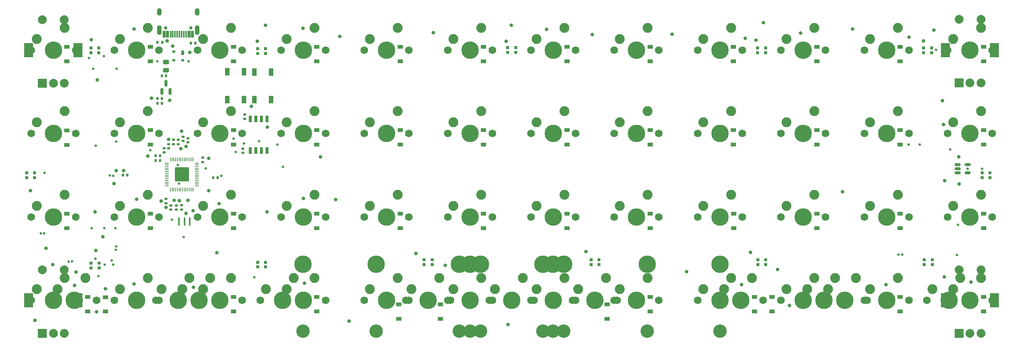
<source format=gbr>
%TF.GenerationSoftware,KiCad,Pcbnew,(6.0.7-1)-1*%
%TF.CreationDate,2022-08-22T03:12:19+03:00*%
%TF.ProjectId,Planck Drop In PCB,506c616e-636b-4204-9472-6f7020496e20,rev?*%
%TF.SameCoordinates,Original*%
%TF.FileFunction,Soldermask,Bot*%
%TF.FilePolarity,Negative*%
%FSLAX46Y46*%
G04 Gerber Fmt 4.6, Leading zero omitted, Abs format (unit mm)*
G04 Created by KiCad (PCBNEW (6.0.7-1)-1) date 2022-08-22 03:12:19*
%MOMM*%
%LPD*%
G01*
G04 APERTURE LIST*
G04 Aperture macros list*
%AMRoundRect*
0 Rectangle with rounded corners*
0 $1 Rounding radius*
0 $2 $3 $4 $5 $6 $7 $8 $9 X,Y pos of 4 corners*
0 Add a 4 corners polygon primitive as box body*
4,1,4,$2,$3,$4,$5,$6,$7,$8,$9,$2,$3,0*
0 Add four circle primitives for the rounded corners*
1,1,$1+$1,$2,$3*
1,1,$1+$1,$4,$5*
1,1,$1+$1,$6,$7*
1,1,$1+$1,$8,$9*
0 Add four rect primitives between the rounded corners*
20,1,$1+$1,$2,$3,$4,$5,0*
20,1,$1+$1,$4,$5,$6,$7,0*
20,1,$1+$1,$6,$7,$8,$9,0*
20,1,$1+$1,$8,$9,$2,$3,0*%
G04 Aperture macros list end*
%ADD10C,1.750000*%
%ADD11C,3.987800*%
%ADD12C,2.250000*%
%ADD13C,3.048000*%
%ADD14R,2.000000X2.000000*%
%ADD15C,2.000000*%
%ADD16R,2.000000X3.200000*%
%ADD17RoundRect,0.140000X0.140000X0.170000X-0.140000X0.170000X-0.140000X-0.170000X0.140000X-0.170000X0*%
%ADD18R,1.200000X0.900000*%
%ADD19RoundRect,0.175000X-0.175000X-0.175000X0.175000X-0.175000X0.175000X0.175000X-0.175000X0.175000X0*%
%ADD20R,0.700000X0.700000*%
%ADD21RoundRect,0.140000X0.170000X-0.140000X0.170000X0.140000X-0.170000X0.140000X-0.170000X-0.140000X0*%
%ADD22RoundRect,0.175000X0.175000X0.175000X-0.175000X0.175000X-0.175000X-0.175000X0.175000X-0.175000X0*%
%ADD23RoundRect,0.135000X-0.135000X-0.185000X0.135000X-0.185000X0.135000X0.185000X-0.135000X0.185000X0*%
%ADD24RoundRect,0.140000X-0.140000X-0.170000X0.140000X-0.170000X0.140000X0.170000X-0.140000X0.170000X0*%
%ADD25RoundRect,0.140000X-0.170000X0.140000X-0.170000X-0.140000X0.170000X-0.140000X0.170000X0.140000X0*%
%ADD26RoundRect,0.135000X0.135000X0.185000X-0.135000X0.185000X-0.135000X-0.185000X0.135000X-0.185000X0*%
%ADD27RoundRect,0.150000X-0.150000X0.650000X-0.150000X-0.650000X0.150000X-0.650000X0.150000X0.650000X0*%
%ADD28R,0.700000X1.000000*%
%ADD29R,0.700000X0.600000*%
%ADD30RoundRect,0.135000X-0.185000X0.135000X-0.185000X-0.135000X0.185000X-0.135000X0.185000X0.135000X0*%
%ADD31C,0.750000*%
%ADD32RoundRect,0.050000X-0.300000X-0.725000X0.300000X-0.725000X0.300000X0.725000X-0.300000X0.725000X0*%
%ADD33RoundRect,0.050000X-0.150000X-0.725000X0.150000X-0.725000X0.150000X0.725000X-0.150000X0.725000X0*%
%ADD34O,1.100000X1.700000*%
%ADD35O,1.100000X2.200000*%
%ADD36RoundRect,0.150000X0.150000X-0.587500X0.150000X0.587500X-0.150000X0.587500X-0.150000X-0.587500X0*%
%ADD37RoundRect,0.135000X0.185000X-0.135000X0.185000X0.135000X-0.185000X0.135000X-0.185000X-0.135000X0*%
%ADD38R,1.000000X1.700000*%
%ADD39R,0.400000X1.900000*%
%ADD40RoundRect,0.050000X0.387500X0.050000X-0.387500X0.050000X-0.387500X-0.050000X0.387500X-0.050000X0*%
%ADD41RoundRect,0.050000X0.050000X0.387500X-0.050000X0.387500X-0.050000X-0.387500X0.050000X-0.387500X0*%
%ADD42RoundRect,0.144000X1.456000X1.456000X-1.456000X1.456000X-1.456000X-1.456000X1.456000X-1.456000X0*%
%ADD43RoundRect,0.150000X-0.512500X-0.150000X0.512500X-0.150000X0.512500X0.150000X-0.512500X0.150000X0*%
%ADD44RoundRect,0.243750X-0.456250X0.243750X-0.456250X-0.243750X0.456250X-0.243750X0.456250X0.243750X0*%
%ADD45C,0.800000*%
%ADD46C,0.600000*%
G04 APERTURE END LIST*
D10*
%TO.C,MX36*%
X173045075Y-64125027D03*
X183205075Y-64125027D03*
D11*
X178125075Y-64125027D03*
D12*
X174315075Y-61585027D03*
X180665075Y-59045027D03*
%TD*%
D13*
%TO.C,MX35*%
X180531321Y-128110051D03*
D10*
X163545071Y-121125051D03*
D11*
X180531321Y-112870051D03*
X156718821Y-112870051D03*
X168625071Y-121125051D03*
D10*
X173705071Y-121125051D03*
D13*
X156718821Y-128110051D03*
D12*
X164815071Y-118585051D03*
X171165071Y-116045051D03*
%TD*%
D10*
%TO.C,MX9*%
X69205027Y-121125051D03*
X59045027Y-121125051D03*
D11*
X64125027Y-121125051D03*
D12*
X60315027Y-118585051D03*
X66665027Y-116045051D03*
%TD*%
D10*
%TO.C,MX49*%
X240205099Y-64125027D03*
D11*
X235125099Y-64125027D03*
D10*
X230045099Y-64125027D03*
D12*
X231315099Y-61585027D03*
X237665099Y-59045027D03*
%TD*%
D10*
%TO.C,MX42*%
X202205083Y-83125035D03*
X192045083Y-83125035D03*
D11*
X197125083Y-83125035D03*
D12*
X193315083Y-80585035D03*
X199665083Y-78045035D03*
%TD*%
D11*
%TO.C,MX52*%
X235125099Y-121125051D03*
D10*
X240205099Y-121125051D03*
X230045099Y-121125051D03*
D12*
X231315099Y-118585051D03*
X237665099Y-116045051D03*
%TD*%
D13*
%TO.C,MX30*%
X137718813Y-128110051D03*
D10*
X154705063Y-121125051D03*
D11*
X137718813Y-112870051D03*
D13*
X161531313Y-128110051D03*
D10*
X144545063Y-121125051D03*
D11*
X149625063Y-121125051D03*
X161531313Y-112870051D03*
D12*
X145815063Y-118585051D03*
X152165063Y-116045051D03*
%TD*%
D10*
%TO.C,MX21*%
X116045051Y-83125035D03*
D11*
X121125051Y-83125035D03*
D10*
X126205051Y-83125035D03*
D12*
X117315051Y-80585035D03*
X123665051Y-78045035D03*
%TD*%
D11*
%TO.C,MX53*%
X225625095Y-121125051D03*
D10*
X230705095Y-121125051D03*
X220545095Y-121125051D03*
D12*
X221815095Y-118585051D03*
X228165095Y-116045051D03*
%TD*%
D11*
%TO.C,MX4*%
X45125019Y-121125051D03*
D10*
X50205019Y-121125051D03*
X40045019Y-121125051D03*
D12*
X41315019Y-118585051D03*
X47665019Y-116045051D03*
%TD*%
D10*
%TO.C,MX44*%
X196795085Y-121125051D03*
D11*
X201875085Y-121125051D03*
D10*
X206955085Y-121125051D03*
D12*
X198065085Y-118585051D03*
X204415085Y-116045051D03*
%TD*%
D10*
%TO.C,MX34*%
X154045067Y-121125051D03*
X164205067Y-121125051D03*
D11*
X159125067Y-121125051D03*
D12*
X155315067Y-118585051D03*
X161665067Y-116045051D03*
%TD*%
D10*
%TO.C,MX32*%
X154045067Y-83125035D03*
D11*
X159125067Y-83125035D03*
D10*
X164205067Y-83125035D03*
D12*
X155315067Y-80585035D03*
X161665067Y-78045035D03*
%TD*%
D10*
%TO.C,MX19*%
X92295041Y-121125051D03*
D11*
X97375041Y-121125051D03*
D10*
X102455041Y-121125051D03*
D12*
X93565041Y-118585051D03*
X99915041Y-116045051D03*
%TD*%
D10*
%TO.C,MX38*%
X173045075Y-102125043D03*
X183205075Y-102125043D03*
D11*
X178125075Y-102125043D03*
D12*
X174315075Y-99585043D03*
X180665075Y-97045043D03*
%TD*%
D10*
%TO.C,MX5*%
X44795021Y-121125051D03*
D11*
X49875021Y-121125051D03*
D10*
X54955021Y-121125051D03*
D12*
X46065021Y-118585051D03*
X52415021Y-116045051D03*
%TD*%
D10*
%TO.C,MX2*%
X40045019Y-83125027D03*
D11*
X45125019Y-83125027D03*
D10*
X50205019Y-83125027D03*
D12*
X41315019Y-80585027D03*
X47665019Y-78045027D03*
%TD*%
D10*
%TO.C,MX7*%
X59045027Y-83125035D03*
X69205027Y-83125035D03*
D11*
X64125027Y-83125035D03*
D12*
X60315027Y-80585035D03*
X66665027Y-78045035D03*
%TD*%
D11*
%TO.C,MX48*%
X216125091Y-121125051D03*
D10*
X211045091Y-121125051D03*
X221205091Y-121125051D03*
D12*
X212315091Y-118585051D03*
X218665091Y-116045051D03*
%TD*%
D11*
%TO.C,MX43*%
X197125083Y-102125043D03*
D10*
X192045083Y-102125043D03*
X202205083Y-102125043D03*
D12*
X193315083Y-99585043D03*
X199665083Y-97045043D03*
%TD*%
D14*
%TO.C,SW4*%
X251625107Y-128633333D03*
D15*
X256625107Y-128633333D03*
X254125107Y-128633333D03*
D16*
X248525107Y-121133333D03*
X259725107Y-121133333D03*
D15*
X256625107Y-114133333D03*
X251625107Y-114133333D03*
%TD*%
D11*
%TO.C,MX3*%
X45125019Y-102125043D03*
D10*
X50205019Y-102125043D03*
X40045019Y-102125043D03*
D12*
X41315019Y-99585043D03*
X47665019Y-97045043D03*
%TD*%
D10*
%TO.C,MX10*%
X68545031Y-121125051D03*
D11*
X73625031Y-121125051D03*
D10*
X78705031Y-121125051D03*
D12*
X69815031Y-118585051D03*
X76165031Y-116045051D03*
%TD*%
D14*
%TO.C,SW1*%
X42625019Y-71658333D03*
D15*
X47625019Y-71658333D03*
X45125019Y-71658333D03*
D16*
X39525019Y-64158333D03*
X50725019Y-64158333D03*
D15*
X47625019Y-57158333D03*
X42625019Y-57158333D03*
%TD*%
D11*
%TO.C,MX13*%
X83125035Y-83125035D03*
D10*
X78045035Y-83125035D03*
X88205035Y-83125035D03*
D12*
X79315035Y-80585035D03*
X85665035Y-78045035D03*
%TD*%
D11*
%TO.C,MX16*%
X102125043Y-64125027D03*
D10*
X97045043Y-64125027D03*
X107205043Y-64125027D03*
D12*
X98315043Y-61585027D03*
X104665043Y-59045027D03*
%TD*%
D10*
%TO.C,MX11*%
X73295033Y-121125051D03*
X83455033Y-121125051D03*
D11*
X78375033Y-121125051D03*
D12*
X74565033Y-118585051D03*
X80915033Y-116045051D03*
%TD*%
D10*
%TO.C,MX24*%
X116045051Y-121125051D03*
X126205051Y-121125051D03*
D11*
X140175051Y-112870051D03*
D13*
X102075051Y-128110051D03*
X140175051Y-128110051D03*
D11*
X121125051Y-121125051D03*
X102075051Y-112870051D03*
D12*
X117315051Y-118585051D03*
X123665051Y-116045051D03*
%TD*%
D10*
%TO.C,MX37*%
X183205075Y-83125035D03*
D11*
X178125075Y-83125035D03*
D10*
X173045075Y-83125035D03*
D12*
X174315075Y-80585035D03*
X180665075Y-78045035D03*
%TD*%
D10*
%TO.C,MX6*%
X59045027Y-64125027D03*
D11*
X64125027Y-64125027D03*
D10*
X69205027Y-64125027D03*
D12*
X60315027Y-61585027D03*
X66665027Y-59045027D03*
%TD*%
D10*
%TO.C,MX22*%
X116045051Y-102125043D03*
X126205051Y-102125043D03*
D11*
X121125051Y-102125043D03*
D12*
X117315051Y-99585043D03*
X123665051Y-97045043D03*
%TD*%
D10*
%TO.C,MX19*%
X97045043Y-121125051D03*
X107205043Y-121125051D03*
D11*
X102125043Y-121125051D03*
D12*
X98315043Y-118585051D03*
X104665043Y-116045051D03*
%TD*%
D10*
%TO.C,MX31*%
X164205067Y-64125027D03*
D11*
X159125067Y-64125027D03*
D10*
X154045067Y-64125027D03*
D12*
X155315067Y-61585027D03*
X161665067Y-59045027D03*
%TD*%
D10*
%TO.C,MX25*%
X135045059Y-64125027D03*
D11*
X140125059Y-64125027D03*
D10*
X145205059Y-64125027D03*
D12*
X136315059Y-61585027D03*
X142665059Y-59045027D03*
%TD*%
D10*
%TO.C,MX17*%
X97045043Y-83125035D03*
D11*
X102125043Y-83125035D03*
D10*
X107205043Y-83125035D03*
D12*
X98315043Y-80585035D03*
X104665043Y-78045035D03*
%TD*%
D10*
%TO.C,MX45*%
X221205091Y-64125027D03*
X211045091Y-64125027D03*
D11*
X216125091Y-64125027D03*
D12*
X212315091Y-61585027D03*
X218665091Y-59045027D03*
%TD*%
D11*
%TO.C,MX28*%
X140125059Y-121125051D03*
D10*
X145205059Y-121125051D03*
X135045059Y-121125051D03*
D12*
X136315059Y-118585051D03*
X142665059Y-116045051D03*
%TD*%
D14*
%TO.C,SW3*%
X251625107Y-71608333D03*
D15*
X256625107Y-71608333D03*
X254125107Y-71608333D03*
D16*
X259725107Y-64108333D03*
X248525107Y-64108333D03*
D15*
X256625107Y-57108333D03*
X251625107Y-57108333D03*
%TD*%
D10*
%TO.C,MX15*%
X88205035Y-121125051D03*
X78045035Y-121125051D03*
D11*
X83125035Y-121125051D03*
D12*
X79315035Y-118585051D03*
X85665035Y-116045051D03*
%TD*%
D10*
%TO.C,MX54*%
X225955093Y-121125051D03*
D11*
X220875093Y-121125051D03*
D10*
X215795093Y-121125051D03*
D12*
X217065093Y-118585051D03*
X223415093Y-116045051D03*
%TD*%
D10*
%TO.C,MX59*%
X244295105Y-121125051D03*
X254455105Y-121125051D03*
D11*
X249375105Y-121125051D03*
D12*
X245565105Y-118585051D03*
X251915105Y-116045051D03*
%TD*%
D11*
%TO.C,MX39*%
X178125075Y-121125051D03*
D10*
X183205075Y-121125051D03*
X173045075Y-121125051D03*
D12*
X174315075Y-118585051D03*
X180665075Y-116045051D03*
%TD*%
D13*
%TO.C,MX40*%
X159075075Y-128110051D03*
D11*
X178125075Y-121125051D03*
D13*
X197175075Y-128110051D03*
D10*
X173045075Y-121125051D03*
X183205075Y-121125051D03*
D11*
X197175075Y-112870051D03*
X159075075Y-112870051D03*
D12*
X174315075Y-118585051D03*
X180665075Y-116045051D03*
%TD*%
D10*
%TO.C,MX44*%
X202205083Y-121125051D03*
D11*
X197125083Y-121125051D03*
D10*
X192045083Y-121125051D03*
D12*
X193315083Y-118585051D03*
X199665083Y-116045051D03*
%TD*%
D10*
%TO.C,MX14*%
X88205035Y-102125043D03*
D11*
X83125035Y-102125043D03*
D10*
X78045035Y-102125043D03*
D12*
X79315035Y-99585043D03*
X85665035Y-97045043D03*
%TD*%
D11*
%TO.C,MX51*%
X235125099Y-102125043D03*
D10*
X240205099Y-102125043D03*
X230045099Y-102125043D03*
D12*
X231315099Y-99585043D03*
X237665099Y-97045043D03*
%TD*%
D11*
%TO.C,MX57*%
X254125107Y-102125043D03*
D10*
X249045107Y-102125043D03*
X259205107Y-102125043D03*
D12*
X250315107Y-99585043D03*
X256665107Y-97045043D03*
%TD*%
D10*
%TO.C,MX27*%
X135045059Y-102125043D03*
D11*
X140125059Y-102125043D03*
D10*
X145205059Y-102125043D03*
D12*
X136315059Y-99585043D03*
X142665059Y-97045043D03*
%TD*%
D10*
%TO.C,MX8*%
X59045027Y-102125043D03*
D11*
X64125027Y-102125043D03*
D10*
X69205027Y-102125043D03*
D12*
X60315027Y-99585043D03*
X66665027Y-97045043D03*
%TD*%
D11*
%TO.C,MX56*%
X254125107Y-83125035D03*
D10*
X249045107Y-83125035D03*
X259205107Y-83125035D03*
D12*
X250315107Y-80585035D03*
X256665107Y-78045035D03*
%TD*%
D10*
%TO.C,MX46*%
X211045091Y-83125035D03*
D11*
X216125091Y-83125035D03*
D10*
X221205091Y-83125035D03*
D12*
X212315091Y-80585035D03*
X218665091Y-78045035D03*
%TD*%
D10*
%TO.C,MX18*%
X97045043Y-102125043D03*
D11*
X102125043Y-102125043D03*
D10*
X107205043Y-102125043D03*
D12*
X98315043Y-99585043D03*
X104665043Y-97045043D03*
%TD*%
D10*
%TO.C,MX41*%
X202205083Y-64125027D03*
D11*
X197125083Y-64125027D03*
D10*
X192045083Y-64125027D03*
D12*
X193315083Y-61585027D03*
X199665083Y-59045027D03*
%TD*%
D10*
%TO.C,MX58*%
X249045107Y-121125051D03*
X259205107Y-121125051D03*
D11*
X254125107Y-121125051D03*
D12*
X250315107Y-118585051D03*
X256665107Y-116045051D03*
%TD*%
D10*
%TO.C,MX12*%
X88205035Y-64125027D03*
X78045035Y-64125027D03*
D11*
X83125035Y-64125027D03*
D12*
X79315035Y-61585027D03*
X85665035Y-59045027D03*
%TD*%
D10*
%TO.C,MX47*%
X211045091Y-102125043D03*
X221205091Y-102125043D03*
D11*
X216125091Y-102125043D03*
D12*
X212315091Y-99585043D03*
X218665091Y-97045043D03*
%TD*%
D14*
%TO.C,SW2*%
X42625019Y-128633333D03*
D15*
X47625019Y-128633333D03*
X45125019Y-128633333D03*
D16*
X39525019Y-121133333D03*
X50725019Y-121133333D03*
D15*
X47625019Y-114133333D03*
X42625019Y-114133333D03*
%TD*%
D10*
%TO.C,MX55*%
X259205107Y-64125027D03*
X249045107Y-64125027D03*
D11*
X254125107Y-64125027D03*
D12*
X250315107Y-61585027D03*
X256665107Y-59045027D03*
%TD*%
D11*
%TO.C,MX26*%
X140125059Y-83125035D03*
D10*
X145205059Y-83125035D03*
X135045059Y-83125035D03*
D12*
X136315059Y-80585035D03*
X142665059Y-78045035D03*
%TD*%
D10*
%TO.C,MX20*%
X116045051Y-64125027D03*
X126205051Y-64125027D03*
D11*
X121125051Y-64125027D03*
D12*
X117315051Y-61585027D03*
X123665051Y-59045027D03*
%TD*%
D11*
%TO.C,MX23*%
X121125051Y-121125051D03*
D10*
X116045051Y-121125051D03*
X126205051Y-121125051D03*
D12*
X117315051Y-118585051D03*
X123665051Y-116045051D03*
%TD*%
D11*
%TO.C,MX29*%
X142531305Y-112870051D03*
D13*
X118718805Y-128110051D03*
D10*
X135705055Y-121125051D03*
D11*
X130625055Y-121125051D03*
X118718805Y-112870051D03*
D10*
X125545055Y-121125051D03*
D13*
X142531305Y-128110051D03*
D12*
X126815055Y-118585051D03*
X133165055Y-116045051D03*
%TD*%
D11*
%TO.C,MX50*%
X235125099Y-83125035D03*
D10*
X240205099Y-83125035D03*
X230045099Y-83125035D03*
D12*
X231315099Y-80585035D03*
X237665099Y-78045035D03*
%TD*%
D10*
%TO.C,MX33*%
X164205067Y-102125043D03*
D11*
X159125067Y-102125043D03*
D10*
X154045067Y-102125043D03*
D12*
X155315067Y-99585043D03*
X161665067Y-97045043D03*
%TD*%
D10*
%TO.C,MX1*%
X40045019Y-64125027D03*
D11*
X45125019Y-64125027D03*
D10*
X50205019Y-64125027D03*
D12*
X41315019Y-61585027D03*
X47665019Y-59045027D03*
%TD*%
D17*
%TO.C,C2*%
X69870000Y-75110000D03*
X68910000Y-75110000D03*
%TD*%
D18*
%TO.C,D43*%
X238220000Y-104660000D03*
X238220000Y-101360000D03*
%TD*%
%TO.C,D9*%
X86220000Y-66660000D03*
X86220000Y-63360000D03*
%TD*%
%TO.C,D33*%
X200220000Y-66660000D03*
X200220000Y-63360000D03*
%TD*%
%TO.C,D21*%
X143220000Y-66660000D03*
X143220000Y-63360000D03*
%TD*%
D19*
%TO.C,D56*%
X55535000Y-112600000D03*
D20*
X55535000Y-113700000D03*
X53705000Y-113700000D03*
X53705000Y-112600000D03*
%TD*%
D21*
%TO.C,C6*%
X75840000Y-85110000D03*
X75840000Y-84150000D03*
%TD*%
D17*
%TO.C,C10*%
X69430000Y-88190000D03*
X68470000Y-88190000D03*
%TD*%
D22*
%TO.C,D50*%
X243575000Y-64730000D03*
D20*
X243575000Y-63630000D03*
X245405000Y-63630000D03*
X245405000Y-64730000D03*
%TD*%
D18*
%TO.C,D24*%
X133410000Y-125300000D03*
X133410000Y-122000000D03*
%TD*%
D23*
%TO.C,R2*%
X76510000Y-62530000D03*
X77530000Y-62530000D03*
%TD*%
D18*
%TO.C,D7*%
X67220000Y-104660000D03*
X67220000Y-101360000D03*
%TD*%
D21*
%TO.C,C7*%
X79230000Y-89580000D03*
X79230000Y-88620000D03*
%TD*%
D24*
%TO.C,C11*%
X81590000Y-93160000D03*
X82550000Y-93160000D03*
%TD*%
D22*
%TO.C,D54*%
X53695000Y-64740000D03*
D20*
X53695000Y-63640000D03*
X55525000Y-63640000D03*
X55525000Y-64740000D03*
%TD*%
D18*
%TO.C,D32*%
X181230000Y-123670000D03*
X181230000Y-120370000D03*
%TD*%
D25*
%TO.C,C12*%
X73210000Y-99490000D03*
X73210000Y-100450000D03*
%TD*%
D26*
%TO.C,R1*%
X69930000Y-62360000D03*
X68910000Y-62360000D03*
%TD*%
D27*
%TO.C,U4*%
X90055000Y-79770000D03*
X91325000Y-79770000D03*
X92595000Y-79770000D03*
X93865000Y-79770000D03*
X93865000Y-86970000D03*
X92595000Y-86970000D03*
X91325000Y-86970000D03*
X90055000Y-86970000D03*
%TD*%
D18*
%TO.C,D29*%
X181220000Y-66660000D03*
X181220000Y-63360000D03*
%TD*%
%TO.C,D25*%
X162220000Y-66660000D03*
X162220000Y-63360000D03*
%TD*%
D17*
%TO.C,C_LDO2*%
X69870000Y-76190000D03*
X68910000Y-76190000D03*
%TD*%
D19*
%TO.C,D61*%
X245565000Y-111880000D03*
D20*
X245565000Y-112980000D03*
X243735000Y-112980000D03*
X243735000Y-111880000D03*
%TD*%
D17*
%TO.C,C5*%
X69430000Y-89270000D03*
X68470000Y-89270000D03*
%TD*%
D18*
%TO.C,D44*%
X238230000Y-123660000D03*
X238230000Y-120360000D03*
%TD*%
%TO.C,D42*%
X238230000Y-85660000D03*
X238230000Y-82360000D03*
%TD*%
D21*
%TO.C,C9*%
X88330000Y-87480000D03*
X88330000Y-86520000D03*
%TD*%
D18*
%TO.C,D27*%
X162230000Y-104670000D03*
X162230000Y-101370000D03*
%TD*%
D19*
%TO.C,D58*%
X131505000Y-111910000D03*
D20*
X131505000Y-113010000D03*
X129675000Y-113010000D03*
X129675000Y-111910000D03*
%TD*%
D18*
%TO.C,D34*%
X200220000Y-85660000D03*
X200220000Y-82360000D03*
%TD*%
D28*
%TO.C,U2*%
X74630000Y-64670000D03*
D29*
X74630000Y-66370000D03*
X72630000Y-66370000D03*
X72630000Y-64470000D03*
%TD*%
D30*
%TO.C,R5*%
X72520000Y-84557500D03*
X72520000Y-85577500D03*
%TD*%
D18*
%TO.C,D10*%
X86220000Y-85660000D03*
X86220000Y-82360000D03*
%TD*%
%TO.C,D41*%
X238230000Y-66660000D03*
X238230000Y-63360000D03*
%TD*%
D31*
%TO.C,USB1*%
X70735031Y-59037500D03*
X76515031Y-59037500D03*
D32*
X70400031Y-60482500D03*
X71175031Y-60482500D03*
D33*
X71875031Y-60482500D03*
X72375031Y-60482500D03*
X72875031Y-60482500D03*
X73375031Y-60482500D03*
X73875031Y-60482500D03*
X74375031Y-60482500D03*
X74875031Y-60482500D03*
X75375031Y-60482500D03*
D32*
X76075031Y-60482500D03*
X76850031Y-60482500D03*
D34*
X69305031Y-55387500D03*
D35*
X77945031Y-59567500D03*
X69305031Y-59567500D03*
D34*
X77945031Y-55387500D03*
%TD*%
D22*
%TO.C,D51*%
X205705000Y-64730000D03*
D20*
X205705000Y-63630000D03*
X207535000Y-63630000D03*
X207535000Y-64730000D03*
%TD*%
D30*
%TO.C,R4*%
X73610000Y-84550000D03*
X73610000Y-85570000D03*
%TD*%
D36*
%TO.C,U1*%
X71770000Y-73507500D03*
X69870000Y-73507500D03*
X70820000Y-71632500D03*
%TD*%
D18*
%TO.C,D4*%
X52980000Y-123670000D03*
X52980000Y-120370000D03*
%TD*%
%TO.C,D20*%
X123910000Y-125290000D03*
X123910000Y-121990000D03*
%TD*%
%TO.C,D1*%
X48230000Y-66660000D03*
X48230000Y-63360000D03*
%TD*%
%TO.C,D46*%
X257220000Y-85660000D03*
X257220000Y-82360000D03*
%TD*%
D37*
%TO.C,R3*%
X70820000Y-99040000D03*
X70820000Y-98020000D03*
%TD*%
D18*
%TO.C,D12*%
X86230000Y-123660000D03*
X86230000Y-120360000D03*
%TD*%
D37*
%TO.C,R7*%
X74410000Y-100470000D03*
X74410000Y-99450000D03*
%TD*%
D18*
%TO.C,D13*%
X105220000Y-66660000D03*
X105220000Y-63360000D03*
%TD*%
%TO.C,D6*%
X67220000Y-85660000D03*
X67220000Y-82360000D03*
%TD*%
D22*
%TO.C,D53*%
X91715000Y-64850000D03*
D20*
X91715000Y-63750000D03*
X93545000Y-63750000D03*
X93545000Y-64850000D03*
%TD*%
D30*
%TO.C,R6*%
X88770000Y-78740000D03*
X88770000Y-79760000D03*
%TD*%
D18*
%TO.C,D36*%
X204980000Y-123660000D03*
X204980000Y-120360000D03*
%TD*%
%TO.C,D19*%
X124220000Y-104660000D03*
X124220000Y-101360000D03*
%TD*%
%TO.C,D15*%
X105220000Y-104670000D03*
X105220000Y-101370000D03*
%TD*%
%TO.C,D26*%
X162220000Y-85660000D03*
X162220000Y-82360000D03*
%TD*%
D38*
%TO.C,SW6*%
X90990000Y-69080000D03*
X90990000Y-75380000D03*
X94790000Y-69080000D03*
X94790000Y-75380000D03*
%TD*%
D18*
%TO.C,D22*%
X143230000Y-85660000D03*
X143230000Y-82360000D03*
%TD*%
D21*
%TO.C,C4*%
X70350000Y-87390000D03*
X70350000Y-86430000D03*
%TD*%
D22*
%TO.C,D52*%
X148715000Y-64620000D03*
D20*
X148715000Y-63520000D03*
X150545000Y-63520000D03*
X150545000Y-64620000D03*
%TD*%
D19*
%TO.C,D59*%
X169565000Y-111890000D03*
D20*
X169565000Y-112990000D03*
X167735000Y-112990000D03*
X167735000Y-111890000D03*
%TD*%
D18*
%TO.C,D28*%
X171420000Y-125290000D03*
X171420000Y-121990000D03*
%TD*%
%TO.C,D38*%
X219230000Y-85660000D03*
X219230000Y-82360000D03*
%TD*%
%TO.C,D30*%
X181230000Y-85660000D03*
X181230000Y-82360000D03*
%TD*%
D17*
%TO.C,C8*%
X61970000Y-92540000D03*
X61010000Y-92540000D03*
%TD*%
D18*
%TO.C,D2*%
X48220000Y-85670000D03*
X48220000Y-82370000D03*
%TD*%
%TO.C,D18*%
X124220000Y-85660000D03*
X124220000Y-82360000D03*
%TD*%
D39*
%TO.C,Y1*%
X76220000Y-103170000D03*
X75020000Y-103170000D03*
X73820000Y-103170000D03*
%TD*%
D18*
%TO.C,D14*%
X105220000Y-85660000D03*
X105220000Y-82360000D03*
%TD*%
%TO.C,D35*%
X200230000Y-104660000D03*
X200230000Y-101360000D03*
%TD*%
%TO.C,D3*%
X48230000Y-104660000D03*
X48230000Y-101360000D03*
%TD*%
%TO.C,D8*%
X57000000Y-123680000D03*
X57000000Y-120380000D03*
%TD*%
%TO.C,D48*%
X257220000Y-123660000D03*
X257220000Y-120360000D03*
%TD*%
%TO.C,D17*%
X124230000Y-66670000D03*
X124230000Y-63370000D03*
%TD*%
%TO.C,D11*%
X86220000Y-104650000D03*
X86220000Y-101350000D03*
%TD*%
D21*
%TO.C,C13*%
X74710000Y-84790000D03*
X74710000Y-83830000D03*
%TD*%
D40*
%TO.C,U3*%
X77860000Y-89817500D03*
X77860000Y-90217500D03*
X77860000Y-90617500D03*
X77860000Y-91017500D03*
X77860000Y-91417500D03*
X77860000Y-91817500D03*
X77860000Y-92217500D03*
X77860000Y-92617500D03*
X77860000Y-93017500D03*
X77860000Y-93417500D03*
X77860000Y-93817500D03*
X77860000Y-94217500D03*
X77860000Y-94617500D03*
X77860000Y-95017500D03*
D41*
X77022500Y-95855000D03*
X76622500Y-95855000D03*
X76222500Y-95855000D03*
X75822500Y-95855000D03*
X75422500Y-95855000D03*
X75022500Y-95855000D03*
X74622500Y-95855000D03*
X74222500Y-95855000D03*
X73822500Y-95855000D03*
X73422500Y-95855000D03*
X73022500Y-95855000D03*
X72622500Y-95855000D03*
X72222500Y-95855000D03*
X71822500Y-95855000D03*
D40*
X70985000Y-95017500D03*
X70985000Y-94617500D03*
X70985000Y-94217500D03*
X70985000Y-93817500D03*
X70985000Y-93417500D03*
X70985000Y-93017500D03*
X70985000Y-92617500D03*
X70985000Y-92217500D03*
X70985000Y-91817500D03*
X70985000Y-91417500D03*
X70985000Y-91017500D03*
X70985000Y-90617500D03*
X70985000Y-90217500D03*
X70985000Y-89817500D03*
D41*
X71822500Y-88980000D03*
X72222500Y-88980000D03*
X72622500Y-88980000D03*
X73022500Y-88980000D03*
X73422500Y-88980000D03*
X73822500Y-88980000D03*
X74222500Y-88980000D03*
X74622500Y-88980000D03*
X75022500Y-88980000D03*
X75422500Y-88980000D03*
X75822500Y-88980000D03*
X76222500Y-88980000D03*
X76622500Y-88980000D03*
X77022500Y-88980000D03*
D42*
X74422500Y-92417500D03*
%TD*%
D19*
%TO.C,D49*%
X258715000Y-92070000D03*
D20*
X258715000Y-93170000D03*
X256885000Y-93170000D03*
X256885000Y-92070000D03*
%TD*%
D22*
%TO.C,D55*%
X39045000Y-93170000D03*
D20*
X39045000Y-92070000D03*
X40875000Y-92070000D03*
X40875000Y-93170000D03*
%TD*%
D18*
%TO.C,D31*%
X181230000Y-104660000D03*
X181230000Y-101360000D03*
%TD*%
D43*
%TO.C,U5*%
X251322500Y-92060000D03*
X251322500Y-91110000D03*
X251322500Y-90160000D03*
X253597500Y-90160000D03*
X253597500Y-92060000D03*
%TD*%
D18*
%TO.C,D5*%
X67220000Y-66660000D03*
X67220000Y-63360000D03*
%TD*%
D25*
%TO.C,C3*%
X71950000Y-99490000D03*
X71950000Y-100450000D03*
%TD*%
D18*
%TO.C,D40*%
X208990000Y-123660000D03*
X208990000Y-120360000D03*
%TD*%
%TO.C,D39*%
X219220000Y-104660000D03*
X219220000Y-101360000D03*
%TD*%
%TO.C,D47*%
X257230000Y-104660000D03*
X257230000Y-101360000D03*
%TD*%
D19*
%TO.C,D60*%
X207585000Y-111910000D03*
D20*
X207585000Y-113010000D03*
X205755000Y-113010000D03*
X205755000Y-111910000D03*
%TD*%
D21*
%TO.C,C1*%
X71420000Y-86500000D03*
X71420000Y-85540000D03*
%TD*%
D18*
%TO.C,D16*%
X105230000Y-123660000D03*
X105230000Y-120360000D03*
%TD*%
D17*
%TO.C,C_LDO1*%
X70820000Y-69930000D03*
X69860000Y-69930000D03*
%TD*%
D18*
%TO.C,D37*%
X219230000Y-66660000D03*
X219230000Y-63360000D03*
%TD*%
%TO.C,D23*%
X143230000Y-104660000D03*
X143230000Y-101360000D03*
%TD*%
D38*
%TO.C,SW5*%
X84780000Y-69060000D03*
X84780000Y-75360000D03*
X88580000Y-75360000D03*
X88580000Y-69060000D03*
%TD*%
D19*
%TO.C,D57*%
X93545000Y-112420000D03*
D20*
X93545000Y-113520000D03*
X91715000Y-113520000D03*
X91715000Y-112420000D03*
%TD*%
D44*
%TO.C,F1*%
X70830000Y-66812500D03*
X70830000Y-68687500D03*
%TD*%
D18*
%TO.C,D45*%
X257230000Y-66660000D03*
X257230000Y-63360000D03*
%TD*%
D45*
X72670000Y-98300000D03*
D46*
X73540000Y-90310000D03*
D45*
X75409500Y-86010000D03*
D46*
X73820000Y-94517000D03*
D45*
X80580000Y-96130000D03*
X59510000Y-91540000D03*
X93470000Y-58450000D03*
X245880000Y-59580000D03*
X43490000Y-109280000D03*
X93810000Y-100920000D03*
X109530000Y-98150000D03*
X227380000Y-59270000D03*
D46*
X88590000Y-85390000D03*
D45*
X212940000Y-122290000D03*
X63550000Y-59250000D03*
X112550000Y-125880000D03*
X215480000Y-60240000D03*
X75350000Y-101290000D03*
X77090000Y-118140000D03*
X148780000Y-126620000D03*
D46*
X90930000Y-115820000D03*
D45*
X248340000Y-93820000D03*
X102420000Y-117220000D03*
X77000000Y-100660000D03*
X45030000Y-112950000D03*
X210240000Y-114030000D03*
X234990000Y-117550000D03*
X54660000Y-100960000D03*
X134490000Y-113120000D03*
X80540000Y-88760000D03*
X50330000Y-114700000D03*
D46*
X72140000Y-102760000D03*
D45*
X168010000Y-60550000D03*
X82950000Y-99090000D03*
X49970000Y-117710000D03*
D46*
X55410000Y-115590000D03*
D45*
X55170000Y-70930000D03*
X39890000Y-96140000D03*
D46*
X83396609Y-92735568D03*
D45*
X67540000Y-75030000D03*
X71400000Y-84430000D03*
X189510000Y-114550000D03*
X186220000Y-60470000D03*
D46*
X74840000Y-106690000D03*
D45*
X102080000Y-59130000D03*
X102100000Y-97910000D03*
X248250000Y-115780000D03*
X93950000Y-81680000D03*
X53760000Y-61710000D03*
X225110000Y-96340000D03*
X251570000Y-88450000D03*
X131780000Y-60130000D03*
X82390000Y-110240000D03*
X66660000Y-88210000D03*
X76250000Y-64650000D03*
X148360000Y-62120000D03*
X254350000Y-116960000D03*
X54850000Y-109760000D03*
X243530000Y-62040000D03*
X205370000Y-61810000D03*
X40970000Y-125670000D03*
X61180000Y-91580000D03*
X157610000Y-59350000D03*
X166550000Y-110030000D03*
X202930000Y-61380000D03*
X75770000Y-98310000D03*
X247840000Y-75590000D03*
X58930000Y-94510000D03*
X71650000Y-75540000D03*
X127820000Y-110470000D03*
X56420000Y-106590000D03*
X149570000Y-58450000D03*
X207050000Y-57820000D03*
X251700000Y-94590000D03*
X63540000Y-117400000D03*
X248070000Y-81090000D03*
X240220000Y-61130000D03*
X64160000Y-98060000D03*
X204040000Y-110210000D03*
X110480000Y-60950000D03*
X91680000Y-62100000D03*
X202060000Y-117550000D03*
X106070000Y-88400000D03*
D46*
X86730000Y-87330000D03*
D45*
X70820000Y-99930000D03*
X74216644Y-86528259D03*
X73865000Y-98425000D03*
D46*
X58490000Y-112040000D03*
X251440000Y-103930000D03*
X54260000Y-68310000D03*
X56680000Y-65440000D03*
X43058219Y-105844710D03*
X49416382Y-112209435D03*
X59550000Y-68310000D03*
X256890000Y-91130000D03*
X253600000Y-91130000D03*
X54760000Y-111600000D03*
X251190000Y-110770000D03*
X68860000Y-66660000D03*
X75970000Y-66660000D03*
X59440000Y-84910000D03*
X242670000Y-85660000D03*
X96240000Y-85660000D03*
X86220000Y-84310000D03*
X240110000Y-85650000D03*
X54810000Y-85910000D03*
X67220000Y-86880000D03*
X92040000Y-84870000D03*
X56750000Y-104660000D03*
X59340000Y-104660000D03*
X53920000Y-104660000D03*
D45*
X56990000Y-118470000D03*
X54990000Y-123710000D03*
D46*
X249630000Y-86700000D03*
X246440000Y-64050000D03*
X43150000Y-92070000D03*
X53290000Y-65870000D03*
X48620000Y-112280000D03*
X42260000Y-105890000D03*
X56820000Y-112970000D03*
X58780000Y-112970000D03*
D45*
X71070000Y-62000000D03*
X72360000Y-63210000D03*
X74379500Y-82600000D03*
X69680000Y-98500000D03*
X90310000Y-76900000D03*
D46*
X97520000Y-90670000D03*
X79860000Y-91040000D03*
X59371979Y-109580744D03*
X58020000Y-92630000D03*
X237890825Y-110678647D03*
X238720000Y-110660000D03*
X58808606Y-92761544D03*
X59490000Y-108790000D03*
M02*

</source>
